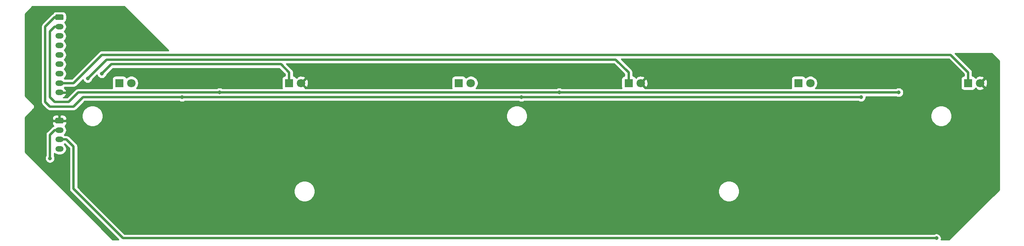
<source format=gbr>
G04 #@! TF.GenerationSoftware,KiCad,Pcbnew,(5.1.7)-1*
G04 #@! TF.CreationDate,2021-03-22T01:50:01-04:00*
G04 #@! TF.ProjectId,Circuit-AirSensor-Left,43697263-7569-4742-9d41-697253656e73,rev?*
G04 #@! TF.SameCoordinates,Original*
G04 #@! TF.FileFunction,Copper,L1,Top*
G04 #@! TF.FilePolarity,Positive*
%FSLAX46Y46*%
G04 Gerber Fmt 4.6, Leading zero omitted, Abs format (unit mm)*
G04 Created by KiCad (PCBNEW (5.1.7)-1) date 2021-03-22 01:50:01*
%MOMM*%
%LPD*%
G01*
G04 APERTURE LIST*
G04 #@! TA.AperFunction,ComponentPad*
%ADD10O,1.750000X1.200000*%
G04 #@! TD*
G04 #@! TA.AperFunction,ComponentPad*
%ADD11R,1.800000X1.800000*%
G04 #@! TD*
G04 #@! TA.AperFunction,ComponentPad*
%ADD12C,1.800000*%
G04 #@! TD*
G04 #@! TA.AperFunction,ViaPad*
%ADD13C,0.800000*%
G04 #@! TD*
G04 #@! TA.AperFunction,Conductor*
%ADD14C,0.500000*%
G04 #@! TD*
G04 #@! TA.AperFunction,Conductor*
%ADD15C,0.254000*%
G04 #@! TD*
G04 #@! TA.AperFunction,Conductor*
%ADD16C,0.100000*%
G04 #@! TD*
G04 APERTURE END LIST*
D10*
X56000000Y-119000000D03*
X56000000Y-117000000D03*
X56000000Y-115000000D03*
G04 #@! TA.AperFunction,ComponentPad*
G36*
G01*
X55374999Y-112400000D02*
X56625001Y-112400000D01*
G75*
G02*
X56875000Y-112649999I0J-249999D01*
G01*
X56875000Y-113350001D01*
G75*
G02*
X56625001Y-113600000I-249999J0D01*
G01*
X55374999Y-113600000D01*
G75*
G02*
X55125000Y-113350001I0J249999D01*
G01*
X55125000Y-112649999D01*
G75*
G02*
X55374999Y-112400000I249999J0D01*
G01*
G37*
G04 #@! TD.AperFunction*
D11*
X176730000Y-105000000D03*
D12*
X179270000Y-105000000D03*
D11*
X248730000Y-105000000D03*
D12*
X251270000Y-105000000D03*
D11*
X212730000Y-105000000D03*
D12*
X215270000Y-105000000D03*
D11*
X140730000Y-105000000D03*
D12*
X143270000Y-105000000D03*
D11*
X104730000Y-105000000D03*
D12*
X107270000Y-105000000D03*
D11*
X68730000Y-105000000D03*
D12*
X71270000Y-105000000D03*
D10*
X56000000Y-107000000D03*
X56000000Y-105000000D03*
X56000000Y-103000000D03*
X56000000Y-101000000D03*
X56000000Y-99000000D03*
X56000000Y-97000000D03*
X56000000Y-95000000D03*
X56000000Y-93000000D03*
G04 #@! TA.AperFunction,ComponentPad*
G36*
G01*
X55374999Y-90400000D02*
X56625001Y-90400000D01*
G75*
G02*
X56875000Y-90649999I0J-249999D01*
G01*
X56875000Y-91350001D01*
G75*
G02*
X56625001Y-91600000I-249999J0D01*
G01*
X55374999Y-91600000D01*
G75*
G02*
X55125000Y-91350001I0J249999D01*
G01*
X55125000Y-90649999D01*
G75*
G02*
X55374999Y-90400000I249999J0D01*
G01*
G37*
G04 #@! TD.AperFunction*
D13*
X66000000Y-105000000D03*
X245000000Y-136000000D03*
X89000000Y-105000000D03*
X161000000Y-105000000D03*
X233000000Y-105000000D03*
X92500000Y-136000000D03*
X72000000Y-133000000D03*
X112000000Y-133000000D03*
X152000000Y-133000000D03*
X192000000Y-133000000D03*
X232000000Y-133000000D03*
X232500000Y-136000000D03*
X212500000Y-136000000D03*
X192500000Y-136000000D03*
X172500000Y-136000000D03*
X132500000Y-136000000D03*
X112500000Y-136000000D03*
X72500000Y-136000000D03*
X152500000Y-136000000D03*
X234000000Y-107000000D03*
X162000000Y-107000000D03*
X90000000Y-107000000D03*
X226000000Y-108000000D03*
X154000000Y-108000000D03*
X82000000Y-108000000D03*
X242000000Y-138000000D03*
X54000000Y-121000000D03*
X65000000Y-103000000D03*
X62000000Y-104000000D03*
D14*
X56000000Y-93000000D02*
X55000000Y-93000000D01*
X55000000Y-93000000D02*
X54674990Y-93325010D01*
X54674990Y-93325010D02*
X54000000Y-94000000D01*
X54000000Y-94000000D02*
X54000000Y-108000000D01*
X54000000Y-108000000D02*
X55000000Y-109000000D01*
X55000000Y-109000000D02*
X58000000Y-109000000D01*
X58000000Y-109000000D02*
X60000000Y-107000000D01*
X60000000Y-107000000D02*
X233000000Y-107000000D01*
X233000000Y-107000000D02*
X234000000Y-107000000D01*
X56000000Y-91000000D02*
X55000000Y-91000000D01*
X55000000Y-91000000D02*
X53000000Y-93000000D01*
X53000000Y-93000000D02*
X53000000Y-109000000D01*
X53000000Y-109000000D02*
X54000000Y-110000000D01*
X54000000Y-110000000D02*
X59000000Y-110000000D01*
X59000000Y-110000000D02*
X61000000Y-108000000D01*
X226000000Y-108000000D02*
X154000000Y-108000000D01*
X154000000Y-108000000D02*
X61000000Y-108000000D01*
X57500000Y-117000000D02*
X56000000Y-117000000D01*
X59000000Y-118500000D02*
X57500000Y-117000000D01*
X59000000Y-127500000D02*
X59000000Y-118500000D01*
X69500000Y-138000000D02*
X59000000Y-127500000D01*
X242000000Y-138000000D02*
X69500000Y-138000000D01*
X54000000Y-121000000D02*
X54000000Y-116000000D01*
X55000000Y-115000000D02*
X56000000Y-115000000D01*
X54000000Y-116000000D02*
X55000000Y-115000000D01*
X67000000Y-101000000D02*
X65000000Y-103000000D01*
X103000000Y-101000000D02*
X67000000Y-101000000D01*
X104730000Y-102730000D02*
X103000000Y-101000000D01*
X104730000Y-105000000D02*
X104730000Y-102730000D01*
X176730000Y-102730000D02*
X176730000Y-105000000D01*
X174000000Y-100000000D02*
X176730000Y-102730000D01*
X66000000Y-100000000D02*
X174000000Y-100000000D01*
X62000000Y-104000000D02*
X66000000Y-100000000D01*
X248730000Y-105000000D02*
X248730000Y-102730000D01*
X248730000Y-102730000D02*
X245000000Y-99000000D01*
X245000000Y-99000000D02*
X228000000Y-99000000D01*
X228000000Y-99000000D02*
X75000000Y-99000000D01*
X75000000Y-99000000D02*
X65000000Y-99000000D01*
X59000000Y-105000000D02*
X64000000Y-100000000D01*
X56000000Y-105000000D02*
X59000000Y-105000000D01*
X64000000Y-100000000D02*
X62000000Y-102000000D01*
X65000000Y-99000000D02*
X64000000Y-100000000D01*
D15*
X79110909Y-98115000D02*
X65043469Y-98115000D01*
X65000000Y-98110719D01*
X64956531Y-98115000D01*
X64956523Y-98115000D01*
X64826510Y-98127805D01*
X64659686Y-98178411D01*
X64505941Y-98260589D01*
X64404953Y-98343468D01*
X64404951Y-98343470D01*
X64371183Y-98371183D01*
X64343470Y-98404951D01*
X63404958Y-99343464D01*
X63404953Y-99343468D01*
X58633422Y-104115000D01*
X57143366Y-104115000D01*
X57003238Y-104000000D01*
X57152502Y-103877502D01*
X57306833Y-103689449D01*
X57421511Y-103474901D01*
X57492130Y-103242102D01*
X57515975Y-103000000D01*
X57492130Y-102757898D01*
X57421511Y-102525099D01*
X57306833Y-102310551D01*
X57152502Y-102122498D01*
X57003238Y-102000000D01*
X57152502Y-101877502D01*
X57306833Y-101689449D01*
X57421511Y-101474901D01*
X57492130Y-101242102D01*
X57515975Y-101000000D01*
X57492130Y-100757898D01*
X57421511Y-100525099D01*
X57306833Y-100310551D01*
X57152502Y-100122498D01*
X57003238Y-100000000D01*
X57152502Y-99877502D01*
X57306833Y-99689449D01*
X57421511Y-99474901D01*
X57492130Y-99242102D01*
X57515975Y-99000000D01*
X57492130Y-98757898D01*
X57421511Y-98525099D01*
X57306833Y-98310551D01*
X57152502Y-98122498D01*
X57003238Y-98000000D01*
X57152502Y-97877502D01*
X57306833Y-97689449D01*
X57421511Y-97474901D01*
X57492130Y-97242102D01*
X57515975Y-97000000D01*
X57492130Y-96757898D01*
X57421511Y-96525099D01*
X57306833Y-96310551D01*
X57152502Y-96122498D01*
X57003238Y-96000000D01*
X57152502Y-95877502D01*
X57306833Y-95689449D01*
X57421511Y-95474901D01*
X57492130Y-95242102D01*
X57515975Y-95000000D01*
X57492130Y-94757898D01*
X57421511Y-94525099D01*
X57306833Y-94310551D01*
X57152502Y-94122498D01*
X57003238Y-94000000D01*
X57152502Y-93877502D01*
X57306833Y-93689449D01*
X57421511Y-93474901D01*
X57492130Y-93242102D01*
X57515975Y-93000000D01*
X57492130Y-92757898D01*
X57421511Y-92525099D01*
X57306833Y-92310551D01*
X57152502Y-92122498D01*
X57113889Y-92090809D01*
X57118387Y-92088405D01*
X57252962Y-91977962D01*
X57363405Y-91843387D01*
X57445472Y-91689851D01*
X57496008Y-91523255D01*
X57513072Y-91350001D01*
X57513072Y-90649999D01*
X57496008Y-90476745D01*
X57445472Y-90310149D01*
X57363405Y-90156613D01*
X57252962Y-90022038D01*
X57118387Y-89911595D01*
X56964851Y-89829528D01*
X56798255Y-89778992D01*
X56625001Y-89761928D01*
X55374999Y-89761928D01*
X55201745Y-89778992D01*
X55035149Y-89829528D01*
X54881613Y-89911595D01*
X54747038Y-90022038D01*
X54636595Y-90156613D01*
X54611047Y-90204409D01*
X54505941Y-90260589D01*
X54505939Y-90260590D01*
X54505940Y-90260590D01*
X54404953Y-90343468D01*
X54404951Y-90343470D01*
X54371183Y-90371183D01*
X54343470Y-90404951D01*
X52404956Y-92343466D01*
X52371183Y-92371183D01*
X52260589Y-92505942D01*
X52178411Y-92659688D01*
X52127805Y-92826511D01*
X52115000Y-92956524D01*
X52115000Y-92956531D01*
X52110719Y-93000000D01*
X52115000Y-93043469D01*
X52115001Y-108956521D01*
X52110719Y-109000000D01*
X52127805Y-109173490D01*
X52178412Y-109340313D01*
X52260590Y-109494059D01*
X52343468Y-109595046D01*
X52343471Y-109595049D01*
X52371184Y-109628817D01*
X52404951Y-109656529D01*
X53343470Y-110595049D01*
X53371183Y-110628817D01*
X53404951Y-110656530D01*
X53404953Y-110656532D01*
X53505941Y-110739411D01*
X53659686Y-110821589D01*
X53826510Y-110872195D01*
X53956523Y-110885000D01*
X53956531Y-110885000D01*
X54000000Y-110889281D01*
X54043469Y-110885000D01*
X58956531Y-110885000D01*
X59000000Y-110889281D01*
X59043469Y-110885000D01*
X59043477Y-110885000D01*
X59173490Y-110872195D01*
X59340313Y-110821589D01*
X59494059Y-110739411D01*
X59628817Y-110628817D01*
X59656534Y-110595044D01*
X61366579Y-108885000D01*
X81461546Y-108885000D01*
X81509744Y-108917205D01*
X81698102Y-108995226D01*
X81898061Y-109035000D01*
X82101939Y-109035000D01*
X82301898Y-108995226D01*
X82490256Y-108917205D01*
X82538454Y-108885000D01*
X153461546Y-108885000D01*
X153509744Y-108917205D01*
X153698102Y-108995226D01*
X153898061Y-109035000D01*
X154101939Y-109035000D01*
X154301898Y-108995226D01*
X154490256Y-108917205D01*
X154538454Y-108885000D01*
X225461546Y-108885000D01*
X225509744Y-108917205D01*
X225698102Y-108995226D01*
X225898061Y-109035000D01*
X226101939Y-109035000D01*
X226301898Y-108995226D01*
X226490256Y-108917205D01*
X226659774Y-108803937D01*
X226803937Y-108659774D01*
X226917205Y-108490256D01*
X226995226Y-108301898D01*
X227035000Y-108101939D01*
X227035000Y-107898061D01*
X227032402Y-107885000D01*
X233461546Y-107885000D01*
X233509744Y-107917205D01*
X233698102Y-107995226D01*
X233898061Y-108035000D01*
X234101939Y-108035000D01*
X234301898Y-107995226D01*
X234490256Y-107917205D01*
X234659774Y-107803937D01*
X234803937Y-107659774D01*
X234917205Y-107490256D01*
X234995226Y-107301898D01*
X235035000Y-107101939D01*
X235035000Y-106898061D01*
X234995226Y-106698102D01*
X234917205Y-106509744D01*
X234803937Y-106340226D01*
X234659774Y-106196063D01*
X234490256Y-106082795D01*
X234301898Y-106004774D01*
X234101939Y-105965000D01*
X233898061Y-105965000D01*
X233698102Y-106004774D01*
X233509744Y-106082795D01*
X233461546Y-106115000D01*
X216325817Y-106115000D01*
X216462312Y-105978505D01*
X216630299Y-105727095D01*
X216746011Y-105447743D01*
X216805000Y-105151184D01*
X216805000Y-104848816D01*
X216746011Y-104552257D01*
X216630299Y-104272905D01*
X216462312Y-104021495D01*
X216248505Y-103807688D01*
X215997095Y-103639701D01*
X215717743Y-103523989D01*
X215421184Y-103465000D01*
X215118816Y-103465000D01*
X214822257Y-103523989D01*
X214542905Y-103639701D01*
X214291495Y-103807688D01*
X214225056Y-103874127D01*
X214219502Y-103855820D01*
X214160537Y-103745506D01*
X214081185Y-103648815D01*
X213984494Y-103569463D01*
X213874180Y-103510498D01*
X213754482Y-103474188D01*
X213630000Y-103461928D01*
X211830000Y-103461928D01*
X211705518Y-103474188D01*
X211585820Y-103510498D01*
X211475506Y-103569463D01*
X211378815Y-103648815D01*
X211299463Y-103745506D01*
X211240498Y-103855820D01*
X211204188Y-103975518D01*
X211191928Y-104100000D01*
X211191928Y-105900000D01*
X211204188Y-106024482D01*
X211231646Y-106115000D01*
X180137711Y-106115000D01*
X180154475Y-106064080D01*
X179270000Y-105179605D01*
X179255858Y-105193748D01*
X179076253Y-105014143D01*
X179090395Y-105000000D01*
X179449605Y-105000000D01*
X180334080Y-105884475D01*
X180588261Y-105800792D01*
X180719158Y-105528225D01*
X180794365Y-105235358D01*
X180810991Y-104933447D01*
X180768397Y-104634093D01*
X180668222Y-104348801D01*
X180588261Y-104199208D01*
X180334080Y-104115525D01*
X179449605Y-105000000D01*
X179090395Y-105000000D01*
X179076253Y-104985858D01*
X179255858Y-104806253D01*
X179270000Y-104820395D01*
X180154475Y-103935920D01*
X180070792Y-103681739D01*
X179798225Y-103550842D01*
X179505358Y-103475635D01*
X179203447Y-103459009D01*
X178904093Y-103501603D01*
X178618801Y-103601778D01*
X178469208Y-103681739D01*
X178385526Y-103935918D01*
X178269578Y-103819970D01*
X178222813Y-103866735D01*
X178219502Y-103855820D01*
X178160537Y-103745506D01*
X178081185Y-103648815D01*
X177984494Y-103569463D01*
X177874180Y-103510498D01*
X177754482Y-103474188D01*
X177630000Y-103461928D01*
X177615000Y-103461928D01*
X177615000Y-102773466D01*
X177619281Y-102729999D01*
X177615000Y-102686533D01*
X177615000Y-102686523D01*
X177602195Y-102556510D01*
X177551589Y-102389687D01*
X177469411Y-102235941D01*
X177436684Y-102196063D01*
X177386532Y-102134953D01*
X177386530Y-102134951D01*
X177358817Y-102101183D01*
X177325050Y-102073471D01*
X175136578Y-99885000D01*
X244633422Y-99885000D01*
X247845001Y-103096580D01*
X247845001Y-103461928D01*
X247830000Y-103461928D01*
X247705518Y-103474188D01*
X247585820Y-103510498D01*
X247475506Y-103569463D01*
X247378815Y-103648815D01*
X247299463Y-103745506D01*
X247240498Y-103855820D01*
X247204188Y-103975518D01*
X247191928Y-104100000D01*
X247191928Y-105900000D01*
X247204188Y-106024482D01*
X247240498Y-106144180D01*
X247299463Y-106254494D01*
X247378815Y-106351185D01*
X247475506Y-106430537D01*
X247585820Y-106489502D01*
X247705518Y-106525812D01*
X247830000Y-106538072D01*
X249630000Y-106538072D01*
X249754482Y-106525812D01*
X249874180Y-106489502D01*
X249984494Y-106430537D01*
X250081185Y-106351185D01*
X250160537Y-106254494D01*
X250219502Y-106144180D01*
X250222813Y-106133265D01*
X250269578Y-106180030D01*
X250385526Y-106064082D01*
X250469208Y-106318261D01*
X250741775Y-106449158D01*
X251034642Y-106524365D01*
X251336553Y-106540991D01*
X251635907Y-106498397D01*
X251921199Y-106398222D01*
X252070792Y-106318261D01*
X252154475Y-106064080D01*
X251270000Y-105179605D01*
X251255858Y-105193748D01*
X251076253Y-105014143D01*
X251090395Y-105000000D01*
X251449605Y-105000000D01*
X252334080Y-105884475D01*
X252588261Y-105800792D01*
X252719158Y-105528225D01*
X252794365Y-105235358D01*
X252810991Y-104933447D01*
X252768397Y-104634093D01*
X252668222Y-104348801D01*
X252588261Y-104199208D01*
X252334080Y-104115525D01*
X251449605Y-105000000D01*
X251090395Y-105000000D01*
X251076253Y-104985858D01*
X251255858Y-104806253D01*
X251270000Y-104820395D01*
X252154475Y-103935920D01*
X252070792Y-103681739D01*
X251798225Y-103550842D01*
X251505358Y-103475635D01*
X251203447Y-103459009D01*
X250904093Y-103501603D01*
X250618801Y-103601778D01*
X250469208Y-103681739D01*
X250385526Y-103935918D01*
X250269578Y-103819970D01*
X250222813Y-103866735D01*
X250219502Y-103855820D01*
X250160537Y-103745506D01*
X250081185Y-103648815D01*
X249984494Y-103569463D01*
X249874180Y-103510498D01*
X249754482Y-103474188D01*
X249630000Y-103461928D01*
X249615000Y-103461928D01*
X249615000Y-102773469D01*
X249619281Y-102730000D01*
X249615000Y-102686531D01*
X249615000Y-102686523D01*
X249602195Y-102556510D01*
X249592666Y-102525099D01*
X249551589Y-102389686D01*
X249469411Y-102235941D01*
X249386532Y-102134953D01*
X249386530Y-102134951D01*
X249358817Y-102101183D01*
X249325049Y-102073470D01*
X245961578Y-98710000D01*
X253705909Y-98710000D01*
X255290001Y-100294093D01*
X255290000Y-127705908D01*
X244705909Y-138290000D01*
X242997593Y-138290000D01*
X243035000Y-138101939D01*
X243035000Y-137898061D01*
X242995226Y-137698102D01*
X242917205Y-137509744D01*
X242803937Y-137340226D01*
X242659774Y-137196063D01*
X242490256Y-137082795D01*
X242301898Y-137004774D01*
X242101939Y-136965000D01*
X241898061Y-136965000D01*
X241698102Y-137004774D01*
X241509744Y-137082795D01*
X241461546Y-137115000D01*
X69866579Y-137115000D01*
X60531451Y-127779872D01*
X105765000Y-127779872D01*
X105765000Y-128220128D01*
X105850890Y-128651925D01*
X106019369Y-129058669D01*
X106263962Y-129424729D01*
X106575271Y-129736038D01*
X106941331Y-129980631D01*
X107348075Y-130149110D01*
X107779872Y-130235000D01*
X108220128Y-130235000D01*
X108651925Y-130149110D01*
X109058669Y-129980631D01*
X109424729Y-129736038D01*
X109736038Y-129424729D01*
X109980631Y-129058669D01*
X110149110Y-128651925D01*
X110235000Y-128220128D01*
X110235000Y-127779872D01*
X195765000Y-127779872D01*
X195765000Y-128220128D01*
X195850890Y-128651925D01*
X196019369Y-129058669D01*
X196263962Y-129424729D01*
X196575271Y-129736038D01*
X196941331Y-129980631D01*
X197348075Y-130149110D01*
X197779872Y-130235000D01*
X198220128Y-130235000D01*
X198651925Y-130149110D01*
X199058669Y-129980631D01*
X199424729Y-129736038D01*
X199736038Y-129424729D01*
X199980631Y-129058669D01*
X200149110Y-128651925D01*
X200235000Y-128220128D01*
X200235000Y-127779872D01*
X200149110Y-127348075D01*
X199980631Y-126941331D01*
X199736038Y-126575271D01*
X199424729Y-126263962D01*
X199058669Y-126019369D01*
X198651925Y-125850890D01*
X198220128Y-125765000D01*
X197779872Y-125765000D01*
X197348075Y-125850890D01*
X196941331Y-126019369D01*
X196575271Y-126263962D01*
X196263962Y-126575271D01*
X196019369Y-126941331D01*
X195850890Y-127348075D01*
X195765000Y-127779872D01*
X110235000Y-127779872D01*
X110149110Y-127348075D01*
X109980631Y-126941331D01*
X109736038Y-126575271D01*
X109424729Y-126263962D01*
X109058669Y-126019369D01*
X108651925Y-125850890D01*
X108220128Y-125765000D01*
X107779872Y-125765000D01*
X107348075Y-125850890D01*
X106941331Y-126019369D01*
X106575271Y-126263962D01*
X106263962Y-126575271D01*
X106019369Y-126941331D01*
X105850890Y-127348075D01*
X105765000Y-127779872D01*
X60531451Y-127779872D01*
X59885000Y-127133422D01*
X59885000Y-118543465D01*
X59889281Y-118499999D01*
X59885000Y-118456533D01*
X59885000Y-118456523D01*
X59872195Y-118326510D01*
X59821589Y-118159687D01*
X59739411Y-118005941D01*
X59628817Y-117871183D01*
X59595049Y-117843470D01*
X58156534Y-116404956D01*
X58128817Y-116371183D01*
X57994059Y-116260589D01*
X57840313Y-116178411D01*
X57673490Y-116127805D01*
X57543477Y-116115000D01*
X57543469Y-116115000D01*
X57500000Y-116110719D01*
X57456531Y-116115000D01*
X57143366Y-116115000D01*
X57003238Y-116000000D01*
X57152502Y-115877502D01*
X57306833Y-115689449D01*
X57421511Y-115474901D01*
X57492130Y-115242102D01*
X57515975Y-115000000D01*
X57492130Y-114757898D01*
X57421511Y-114525099D01*
X57306833Y-114310551D01*
X57180564Y-114156691D01*
X57229494Y-114130537D01*
X57326185Y-114051185D01*
X57405537Y-113954494D01*
X57464502Y-113844180D01*
X57500812Y-113724482D01*
X57513072Y-113600000D01*
X57510000Y-113285750D01*
X57351250Y-113127000D01*
X56127000Y-113127000D01*
X56127000Y-113147000D01*
X55873000Y-113147000D01*
X55873000Y-113127000D01*
X54648750Y-113127000D01*
X54490000Y-113285750D01*
X54486928Y-113600000D01*
X54499188Y-113724482D01*
X54535498Y-113844180D01*
X54594463Y-113954494D01*
X54673815Y-114051185D01*
X54770506Y-114130537D01*
X54787522Y-114139632D01*
X54659686Y-114178411D01*
X54505941Y-114260589D01*
X54404953Y-114343468D01*
X54404951Y-114343470D01*
X54371183Y-114371183D01*
X54343470Y-114404951D01*
X53404951Y-115343471D01*
X53371184Y-115371183D01*
X53343471Y-115404951D01*
X53343468Y-115404954D01*
X53260590Y-115505941D01*
X53178412Y-115659687D01*
X53127805Y-115826510D01*
X53110719Y-116000000D01*
X53115001Y-116043479D01*
X53115000Y-120461546D01*
X53082795Y-120509744D01*
X53004774Y-120698102D01*
X52965000Y-120898061D01*
X52965000Y-121101939D01*
X53004774Y-121301898D01*
X53082795Y-121490256D01*
X53196063Y-121659774D01*
X53340226Y-121803937D01*
X53509744Y-121917205D01*
X53698102Y-121995226D01*
X53898061Y-122035000D01*
X54101939Y-122035000D01*
X54301898Y-121995226D01*
X54490256Y-121917205D01*
X54659774Y-121803937D01*
X54803937Y-121659774D01*
X54917205Y-121490256D01*
X54995226Y-121301898D01*
X55035000Y-121101939D01*
X55035000Y-120898061D01*
X54995226Y-120698102D01*
X54917205Y-120509744D01*
X54885000Y-120461546D01*
X54885000Y-119908279D01*
X55035551Y-120031833D01*
X55250099Y-120146511D01*
X55482898Y-120217130D01*
X55664335Y-120235000D01*
X56335665Y-120235000D01*
X56517102Y-120217130D01*
X56749901Y-120146511D01*
X56964449Y-120031833D01*
X57152502Y-119877502D01*
X57306833Y-119689449D01*
X57421511Y-119474901D01*
X57492130Y-119242102D01*
X57515975Y-119000000D01*
X57492130Y-118757898D01*
X57421511Y-118525099D01*
X57306833Y-118310551D01*
X57152502Y-118122498D01*
X57003238Y-118000000D01*
X57137904Y-117889482D01*
X58115001Y-118866580D01*
X58115000Y-127456531D01*
X58110719Y-127500000D01*
X58115000Y-127543469D01*
X58115000Y-127543476D01*
X58127805Y-127673489D01*
X58178411Y-127840312D01*
X58260589Y-127994058D01*
X58371183Y-128128817D01*
X58404956Y-128156534D01*
X68538421Y-138290000D01*
X67294091Y-138290000D01*
X48710000Y-119705909D01*
X48710000Y-112400000D01*
X54486928Y-112400000D01*
X54490000Y-112714250D01*
X54648750Y-112873000D01*
X55873000Y-112873000D01*
X55873000Y-111923750D01*
X56127000Y-111923750D01*
X56127000Y-112873000D01*
X57351250Y-112873000D01*
X57510000Y-112714250D01*
X57513072Y-112400000D01*
X57500812Y-112275518D01*
X57464502Y-112155820D01*
X57405537Y-112045506D01*
X57326185Y-111948815D01*
X57229494Y-111869463D01*
X57119180Y-111810498D01*
X57018220Y-111779872D01*
X60765000Y-111779872D01*
X60765000Y-112220128D01*
X60850890Y-112651925D01*
X61019369Y-113058669D01*
X61263962Y-113424729D01*
X61575271Y-113736038D01*
X61941331Y-113980631D01*
X62348075Y-114149110D01*
X62779872Y-114235000D01*
X63220128Y-114235000D01*
X63651925Y-114149110D01*
X64058669Y-113980631D01*
X64424729Y-113736038D01*
X64736038Y-113424729D01*
X64980631Y-113058669D01*
X65149110Y-112651925D01*
X65235000Y-112220128D01*
X65235000Y-111779872D01*
X150765000Y-111779872D01*
X150765000Y-112220128D01*
X150850890Y-112651925D01*
X151019369Y-113058669D01*
X151263962Y-113424729D01*
X151575271Y-113736038D01*
X151941331Y-113980631D01*
X152348075Y-114149110D01*
X152779872Y-114235000D01*
X153220128Y-114235000D01*
X153651925Y-114149110D01*
X154058669Y-113980631D01*
X154424729Y-113736038D01*
X154736038Y-113424729D01*
X154980631Y-113058669D01*
X155149110Y-112651925D01*
X155235000Y-112220128D01*
X155235000Y-111779872D01*
X240765000Y-111779872D01*
X240765000Y-112220128D01*
X240850890Y-112651925D01*
X241019369Y-113058669D01*
X241263962Y-113424729D01*
X241575271Y-113736038D01*
X241941331Y-113980631D01*
X242348075Y-114149110D01*
X242779872Y-114235000D01*
X243220128Y-114235000D01*
X243651925Y-114149110D01*
X244058669Y-113980631D01*
X244424729Y-113736038D01*
X244736038Y-113424729D01*
X244980631Y-113058669D01*
X245149110Y-112651925D01*
X245235000Y-112220128D01*
X245235000Y-111779872D01*
X245149110Y-111348075D01*
X244980631Y-110941331D01*
X244736038Y-110575271D01*
X244424729Y-110263962D01*
X244058669Y-110019369D01*
X243651925Y-109850890D01*
X243220128Y-109765000D01*
X242779872Y-109765000D01*
X242348075Y-109850890D01*
X241941331Y-110019369D01*
X241575271Y-110263962D01*
X241263962Y-110575271D01*
X241019369Y-110941331D01*
X240850890Y-111348075D01*
X240765000Y-111779872D01*
X155235000Y-111779872D01*
X155149110Y-111348075D01*
X154980631Y-110941331D01*
X154736038Y-110575271D01*
X154424729Y-110263962D01*
X154058669Y-110019369D01*
X153651925Y-109850890D01*
X153220128Y-109765000D01*
X152779872Y-109765000D01*
X152348075Y-109850890D01*
X151941331Y-110019369D01*
X151575271Y-110263962D01*
X151263962Y-110575271D01*
X151019369Y-110941331D01*
X150850890Y-111348075D01*
X150765000Y-111779872D01*
X65235000Y-111779872D01*
X65149110Y-111348075D01*
X64980631Y-110941331D01*
X64736038Y-110575271D01*
X64424729Y-110263962D01*
X64058669Y-110019369D01*
X63651925Y-109850890D01*
X63220128Y-109765000D01*
X62779872Y-109765000D01*
X62348075Y-109850890D01*
X61941331Y-110019369D01*
X61575271Y-110263962D01*
X61263962Y-110575271D01*
X61019369Y-110941331D01*
X60850890Y-111348075D01*
X60765000Y-111779872D01*
X57018220Y-111779872D01*
X56999482Y-111774188D01*
X56875000Y-111761928D01*
X56285750Y-111765000D01*
X56127000Y-111923750D01*
X55873000Y-111923750D01*
X55714250Y-111765000D01*
X55125000Y-111761928D01*
X55000518Y-111774188D01*
X54880820Y-111810498D01*
X54770506Y-111869463D01*
X54673815Y-111948815D01*
X54594463Y-112045506D01*
X54535498Y-112155820D01*
X54499188Y-112275518D01*
X54486928Y-112400000D01*
X48710000Y-112400000D01*
X48710000Y-112294091D01*
X50477393Y-110526699D01*
X50504474Y-110504474D01*
X50526699Y-110477393D01*
X50526707Y-110477385D01*
X50593199Y-110396364D01*
X50659128Y-110273020D01*
X50699726Y-110139185D01*
X50713435Y-110000001D01*
X50699726Y-109860816D01*
X50696715Y-109850890D01*
X50659128Y-109726980D01*
X50593199Y-109603636D01*
X50526707Y-109522615D01*
X50526699Y-109522607D01*
X50504474Y-109495526D01*
X50477393Y-109473301D01*
X48710000Y-107705909D01*
X48710000Y-90294091D01*
X50294092Y-88710000D01*
X69705909Y-88710000D01*
X79110909Y-98115000D01*
G04 #@! TA.AperFunction,Conductor*
D16*
G36*
X79110909Y-98115000D02*
G01*
X65043469Y-98115000D01*
X65000000Y-98110719D01*
X64956531Y-98115000D01*
X64956523Y-98115000D01*
X64826510Y-98127805D01*
X64659686Y-98178411D01*
X64505941Y-98260589D01*
X64404953Y-98343468D01*
X64404951Y-98343470D01*
X64371183Y-98371183D01*
X64343470Y-98404951D01*
X63404958Y-99343464D01*
X63404953Y-99343468D01*
X58633422Y-104115000D01*
X57143366Y-104115000D01*
X57003238Y-104000000D01*
X57152502Y-103877502D01*
X57306833Y-103689449D01*
X57421511Y-103474901D01*
X57492130Y-103242102D01*
X57515975Y-103000000D01*
X57492130Y-102757898D01*
X57421511Y-102525099D01*
X57306833Y-102310551D01*
X57152502Y-102122498D01*
X57003238Y-102000000D01*
X57152502Y-101877502D01*
X57306833Y-101689449D01*
X57421511Y-101474901D01*
X57492130Y-101242102D01*
X57515975Y-101000000D01*
X57492130Y-100757898D01*
X57421511Y-100525099D01*
X57306833Y-100310551D01*
X57152502Y-100122498D01*
X57003238Y-100000000D01*
X57152502Y-99877502D01*
X57306833Y-99689449D01*
X57421511Y-99474901D01*
X57492130Y-99242102D01*
X57515975Y-99000000D01*
X57492130Y-98757898D01*
X57421511Y-98525099D01*
X57306833Y-98310551D01*
X57152502Y-98122498D01*
X57003238Y-98000000D01*
X57152502Y-97877502D01*
X57306833Y-97689449D01*
X57421511Y-97474901D01*
X57492130Y-97242102D01*
X57515975Y-97000000D01*
X57492130Y-96757898D01*
X57421511Y-96525099D01*
X57306833Y-96310551D01*
X57152502Y-96122498D01*
X57003238Y-96000000D01*
X57152502Y-95877502D01*
X57306833Y-95689449D01*
X57421511Y-95474901D01*
X57492130Y-95242102D01*
X57515975Y-95000000D01*
X57492130Y-94757898D01*
X57421511Y-94525099D01*
X57306833Y-94310551D01*
X57152502Y-94122498D01*
X57003238Y-94000000D01*
X57152502Y-93877502D01*
X57306833Y-93689449D01*
X57421511Y-93474901D01*
X57492130Y-93242102D01*
X57515975Y-93000000D01*
X57492130Y-92757898D01*
X57421511Y-92525099D01*
X57306833Y-92310551D01*
X57152502Y-92122498D01*
X57113889Y-92090809D01*
X57118387Y-92088405D01*
X57252962Y-91977962D01*
X57363405Y-91843387D01*
X57445472Y-91689851D01*
X57496008Y-91523255D01*
X57513072Y-91350001D01*
X57513072Y-90649999D01*
X57496008Y-90476745D01*
X57445472Y-90310149D01*
X57363405Y-90156613D01*
X57252962Y-90022038D01*
X57118387Y-89911595D01*
X56964851Y-89829528D01*
X56798255Y-89778992D01*
X56625001Y-89761928D01*
X55374999Y-89761928D01*
X55201745Y-89778992D01*
X55035149Y-89829528D01*
X54881613Y-89911595D01*
X54747038Y-90022038D01*
X54636595Y-90156613D01*
X54611047Y-90204409D01*
X54505941Y-90260589D01*
X54505939Y-90260590D01*
X54505940Y-90260590D01*
X54404953Y-90343468D01*
X54404951Y-90343470D01*
X54371183Y-90371183D01*
X54343470Y-90404951D01*
X52404956Y-92343466D01*
X52371183Y-92371183D01*
X52260589Y-92505942D01*
X52178411Y-92659688D01*
X52127805Y-92826511D01*
X52115000Y-92956524D01*
X52115000Y-92956531D01*
X52110719Y-93000000D01*
X52115000Y-93043469D01*
X52115001Y-108956521D01*
X52110719Y-109000000D01*
X52127805Y-109173490D01*
X52178412Y-109340313D01*
X52260590Y-109494059D01*
X52343468Y-109595046D01*
X52343471Y-109595049D01*
X52371184Y-109628817D01*
X52404951Y-109656529D01*
X53343470Y-110595049D01*
X53371183Y-110628817D01*
X53404951Y-110656530D01*
X53404953Y-110656532D01*
X53505941Y-110739411D01*
X53659686Y-110821589D01*
X53826510Y-110872195D01*
X53956523Y-110885000D01*
X53956531Y-110885000D01*
X54000000Y-110889281D01*
X54043469Y-110885000D01*
X58956531Y-110885000D01*
X59000000Y-110889281D01*
X59043469Y-110885000D01*
X59043477Y-110885000D01*
X59173490Y-110872195D01*
X59340313Y-110821589D01*
X59494059Y-110739411D01*
X59628817Y-110628817D01*
X59656534Y-110595044D01*
X61366579Y-108885000D01*
X81461546Y-108885000D01*
X81509744Y-108917205D01*
X81698102Y-108995226D01*
X81898061Y-109035000D01*
X82101939Y-109035000D01*
X82301898Y-108995226D01*
X82490256Y-108917205D01*
X82538454Y-108885000D01*
X153461546Y-108885000D01*
X153509744Y-108917205D01*
X153698102Y-108995226D01*
X153898061Y-109035000D01*
X154101939Y-109035000D01*
X154301898Y-108995226D01*
X154490256Y-108917205D01*
X154538454Y-108885000D01*
X225461546Y-108885000D01*
X225509744Y-108917205D01*
X225698102Y-108995226D01*
X225898061Y-109035000D01*
X226101939Y-109035000D01*
X226301898Y-108995226D01*
X226490256Y-108917205D01*
X226659774Y-108803937D01*
X226803937Y-108659774D01*
X226917205Y-108490256D01*
X226995226Y-108301898D01*
X227035000Y-108101939D01*
X227035000Y-107898061D01*
X227032402Y-107885000D01*
X233461546Y-107885000D01*
X233509744Y-107917205D01*
X233698102Y-107995226D01*
X233898061Y-108035000D01*
X234101939Y-108035000D01*
X234301898Y-107995226D01*
X234490256Y-107917205D01*
X234659774Y-107803937D01*
X234803937Y-107659774D01*
X234917205Y-107490256D01*
X234995226Y-107301898D01*
X235035000Y-107101939D01*
X235035000Y-106898061D01*
X234995226Y-106698102D01*
X234917205Y-106509744D01*
X234803937Y-106340226D01*
X234659774Y-106196063D01*
X234490256Y-106082795D01*
X234301898Y-106004774D01*
X234101939Y-105965000D01*
X233898061Y-105965000D01*
X233698102Y-106004774D01*
X233509744Y-106082795D01*
X233461546Y-106115000D01*
X216325817Y-106115000D01*
X216462312Y-105978505D01*
X216630299Y-105727095D01*
X216746011Y-105447743D01*
X216805000Y-105151184D01*
X216805000Y-104848816D01*
X216746011Y-104552257D01*
X216630299Y-104272905D01*
X216462312Y-104021495D01*
X216248505Y-103807688D01*
X215997095Y-103639701D01*
X215717743Y-103523989D01*
X215421184Y-103465000D01*
X215118816Y-103465000D01*
X214822257Y-103523989D01*
X214542905Y-103639701D01*
X214291495Y-103807688D01*
X214225056Y-103874127D01*
X214219502Y-103855820D01*
X214160537Y-103745506D01*
X214081185Y-103648815D01*
X213984494Y-103569463D01*
X213874180Y-103510498D01*
X213754482Y-103474188D01*
X213630000Y-103461928D01*
X211830000Y-103461928D01*
X211705518Y-103474188D01*
X211585820Y-103510498D01*
X211475506Y-103569463D01*
X211378815Y-103648815D01*
X211299463Y-103745506D01*
X211240498Y-103855820D01*
X211204188Y-103975518D01*
X211191928Y-104100000D01*
X211191928Y-105900000D01*
X211204188Y-106024482D01*
X211231646Y-106115000D01*
X180137711Y-106115000D01*
X180154475Y-106064080D01*
X179270000Y-105179605D01*
X179255858Y-105193748D01*
X179076253Y-105014143D01*
X179090395Y-105000000D01*
X179449605Y-105000000D01*
X180334080Y-105884475D01*
X180588261Y-105800792D01*
X180719158Y-105528225D01*
X180794365Y-105235358D01*
X180810991Y-104933447D01*
X180768397Y-104634093D01*
X180668222Y-104348801D01*
X180588261Y-104199208D01*
X180334080Y-104115525D01*
X179449605Y-105000000D01*
X179090395Y-105000000D01*
X179076253Y-104985858D01*
X179255858Y-104806253D01*
X179270000Y-104820395D01*
X180154475Y-103935920D01*
X180070792Y-103681739D01*
X179798225Y-103550842D01*
X179505358Y-103475635D01*
X179203447Y-103459009D01*
X178904093Y-103501603D01*
X178618801Y-103601778D01*
X178469208Y-103681739D01*
X178385526Y-103935918D01*
X178269578Y-103819970D01*
X178222813Y-103866735D01*
X178219502Y-103855820D01*
X178160537Y-103745506D01*
X178081185Y-103648815D01*
X177984494Y-103569463D01*
X177874180Y-103510498D01*
X177754482Y-103474188D01*
X177630000Y-103461928D01*
X177615000Y-103461928D01*
X177615000Y-102773466D01*
X177619281Y-102729999D01*
X177615000Y-102686533D01*
X177615000Y-102686523D01*
X177602195Y-102556510D01*
X177551589Y-102389687D01*
X177469411Y-102235941D01*
X177436684Y-102196063D01*
X177386532Y-102134953D01*
X177386530Y-102134951D01*
X177358817Y-102101183D01*
X177325050Y-102073471D01*
X175136578Y-99885000D01*
X244633422Y-99885000D01*
X247845001Y-103096580D01*
X247845001Y-103461928D01*
X247830000Y-103461928D01*
X247705518Y-103474188D01*
X247585820Y-103510498D01*
X247475506Y-103569463D01*
X247378815Y-103648815D01*
X247299463Y-103745506D01*
X247240498Y-103855820D01*
X247204188Y-103975518D01*
X247191928Y-104100000D01*
X247191928Y-105900000D01*
X247204188Y-106024482D01*
X247240498Y-106144180D01*
X247299463Y-106254494D01*
X247378815Y-106351185D01*
X247475506Y-106430537D01*
X247585820Y-106489502D01*
X247705518Y-106525812D01*
X247830000Y-106538072D01*
X249630000Y-106538072D01*
X249754482Y-106525812D01*
X249874180Y-106489502D01*
X249984494Y-106430537D01*
X250081185Y-106351185D01*
X250160537Y-106254494D01*
X250219502Y-106144180D01*
X250222813Y-106133265D01*
X250269578Y-106180030D01*
X250385526Y-106064082D01*
X250469208Y-106318261D01*
X250741775Y-106449158D01*
X251034642Y-106524365D01*
X251336553Y-106540991D01*
X251635907Y-106498397D01*
X251921199Y-106398222D01*
X252070792Y-106318261D01*
X252154475Y-106064080D01*
X251270000Y-105179605D01*
X251255858Y-105193748D01*
X251076253Y-105014143D01*
X251090395Y-105000000D01*
X251449605Y-105000000D01*
X252334080Y-105884475D01*
X252588261Y-105800792D01*
X252719158Y-105528225D01*
X252794365Y-105235358D01*
X252810991Y-104933447D01*
X252768397Y-104634093D01*
X252668222Y-104348801D01*
X252588261Y-104199208D01*
X252334080Y-104115525D01*
X251449605Y-105000000D01*
X251090395Y-105000000D01*
X251076253Y-104985858D01*
X251255858Y-104806253D01*
X251270000Y-104820395D01*
X252154475Y-103935920D01*
X252070792Y-103681739D01*
X251798225Y-103550842D01*
X251505358Y-103475635D01*
X251203447Y-103459009D01*
X250904093Y-103501603D01*
X250618801Y-103601778D01*
X250469208Y-103681739D01*
X250385526Y-103935918D01*
X250269578Y-103819970D01*
X250222813Y-103866735D01*
X250219502Y-103855820D01*
X250160537Y-103745506D01*
X250081185Y-103648815D01*
X249984494Y-103569463D01*
X249874180Y-103510498D01*
X249754482Y-103474188D01*
X249630000Y-103461928D01*
X249615000Y-103461928D01*
X249615000Y-102773469D01*
X249619281Y-102730000D01*
X249615000Y-102686531D01*
X249615000Y-102686523D01*
X249602195Y-102556510D01*
X249592666Y-102525099D01*
X249551589Y-102389686D01*
X249469411Y-102235941D01*
X249386532Y-102134953D01*
X249386530Y-102134951D01*
X249358817Y-102101183D01*
X249325049Y-102073470D01*
X245961578Y-98710000D01*
X253705909Y-98710000D01*
X255290001Y-100294093D01*
X255290000Y-127705908D01*
X244705909Y-138290000D01*
X242997593Y-138290000D01*
X243035000Y-138101939D01*
X243035000Y-137898061D01*
X242995226Y-137698102D01*
X242917205Y-137509744D01*
X242803937Y-137340226D01*
X242659774Y-137196063D01*
X242490256Y-137082795D01*
X242301898Y-137004774D01*
X242101939Y-136965000D01*
X241898061Y-136965000D01*
X241698102Y-137004774D01*
X241509744Y-137082795D01*
X241461546Y-137115000D01*
X69866579Y-137115000D01*
X60531451Y-127779872D01*
X105765000Y-127779872D01*
X105765000Y-128220128D01*
X105850890Y-128651925D01*
X106019369Y-129058669D01*
X106263962Y-129424729D01*
X106575271Y-129736038D01*
X106941331Y-129980631D01*
X107348075Y-130149110D01*
X107779872Y-130235000D01*
X108220128Y-130235000D01*
X108651925Y-130149110D01*
X109058669Y-129980631D01*
X109424729Y-129736038D01*
X109736038Y-129424729D01*
X109980631Y-129058669D01*
X110149110Y-128651925D01*
X110235000Y-128220128D01*
X110235000Y-127779872D01*
X195765000Y-127779872D01*
X195765000Y-128220128D01*
X195850890Y-128651925D01*
X196019369Y-129058669D01*
X196263962Y-129424729D01*
X196575271Y-129736038D01*
X196941331Y-129980631D01*
X197348075Y-130149110D01*
X197779872Y-130235000D01*
X198220128Y-130235000D01*
X198651925Y-130149110D01*
X199058669Y-129980631D01*
X199424729Y-129736038D01*
X199736038Y-129424729D01*
X199980631Y-129058669D01*
X200149110Y-128651925D01*
X200235000Y-128220128D01*
X200235000Y-127779872D01*
X200149110Y-127348075D01*
X199980631Y-126941331D01*
X199736038Y-126575271D01*
X199424729Y-126263962D01*
X199058669Y-126019369D01*
X198651925Y-125850890D01*
X198220128Y-125765000D01*
X197779872Y-125765000D01*
X197348075Y-125850890D01*
X196941331Y-126019369D01*
X196575271Y-126263962D01*
X196263962Y-126575271D01*
X196019369Y-126941331D01*
X195850890Y-127348075D01*
X195765000Y-127779872D01*
X110235000Y-127779872D01*
X110149110Y-127348075D01*
X109980631Y-126941331D01*
X109736038Y-126575271D01*
X109424729Y-126263962D01*
X109058669Y-126019369D01*
X108651925Y-125850890D01*
X108220128Y-125765000D01*
X107779872Y-125765000D01*
X107348075Y-125850890D01*
X106941331Y-126019369D01*
X106575271Y-126263962D01*
X106263962Y-126575271D01*
X106019369Y-126941331D01*
X105850890Y-127348075D01*
X105765000Y-127779872D01*
X60531451Y-127779872D01*
X59885000Y-127133422D01*
X59885000Y-118543465D01*
X59889281Y-118499999D01*
X59885000Y-118456533D01*
X59885000Y-118456523D01*
X59872195Y-118326510D01*
X59821589Y-118159687D01*
X59739411Y-118005941D01*
X59628817Y-117871183D01*
X59595049Y-117843470D01*
X58156534Y-116404956D01*
X58128817Y-116371183D01*
X57994059Y-116260589D01*
X57840313Y-116178411D01*
X57673490Y-116127805D01*
X57543477Y-116115000D01*
X57543469Y-116115000D01*
X57500000Y-116110719D01*
X57456531Y-116115000D01*
X57143366Y-116115000D01*
X57003238Y-116000000D01*
X57152502Y-115877502D01*
X57306833Y-115689449D01*
X57421511Y-115474901D01*
X57492130Y-115242102D01*
X57515975Y-115000000D01*
X57492130Y-114757898D01*
X57421511Y-114525099D01*
X57306833Y-114310551D01*
X57180564Y-114156691D01*
X57229494Y-114130537D01*
X57326185Y-114051185D01*
X57405537Y-113954494D01*
X57464502Y-113844180D01*
X57500812Y-113724482D01*
X57513072Y-113600000D01*
X57510000Y-113285750D01*
X57351250Y-113127000D01*
X56127000Y-113127000D01*
X56127000Y-113147000D01*
X55873000Y-113147000D01*
X55873000Y-113127000D01*
X54648750Y-113127000D01*
X54490000Y-113285750D01*
X54486928Y-113600000D01*
X54499188Y-113724482D01*
X54535498Y-113844180D01*
X54594463Y-113954494D01*
X54673815Y-114051185D01*
X54770506Y-114130537D01*
X54787522Y-114139632D01*
X54659686Y-114178411D01*
X54505941Y-114260589D01*
X54404953Y-114343468D01*
X54404951Y-114343470D01*
X54371183Y-114371183D01*
X54343470Y-114404951D01*
X53404951Y-115343471D01*
X53371184Y-115371183D01*
X53343471Y-115404951D01*
X53343468Y-115404954D01*
X53260590Y-115505941D01*
X53178412Y-115659687D01*
X53127805Y-115826510D01*
X53110719Y-116000000D01*
X53115001Y-116043479D01*
X53115000Y-120461546D01*
X53082795Y-120509744D01*
X53004774Y-120698102D01*
X52965000Y-120898061D01*
X52965000Y-121101939D01*
X53004774Y-121301898D01*
X53082795Y-121490256D01*
X53196063Y-121659774D01*
X53340226Y-121803937D01*
X53509744Y-121917205D01*
X53698102Y-121995226D01*
X53898061Y-122035000D01*
X54101939Y-122035000D01*
X54301898Y-121995226D01*
X54490256Y-121917205D01*
X54659774Y-121803937D01*
X54803937Y-121659774D01*
X54917205Y-121490256D01*
X54995226Y-121301898D01*
X55035000Y-121101939D01*
X55035000Y-120898061D01*
X54995226Y-120698102D01*
X54917205Y-120509744D01*
X54885000Y-120461546D01*
X54885000Y-119908279D01*
X55035551Y-120031833D01*
X55250099Y-120146511D01*
X55482898Y-120217130D01*
X55664335Y-120235000D01*
X56335665Y-120235000D01*
X56517102Y-120217130D01*
X56749901Y-120146511D01*
X56964449Y-120031833D01*
X57152502Y-119877502D01*
X57306833Y-119689449D01*
X57421511Y-119474901D01*
X57492130Y-119242102D01*
X57515975Y-119000000D01*
X57492130Y-118757898D01*
X57421511Y-118525099D01*
X57306833Y-118310551D01*
X57152502Y-118122498D01*
X57003238Y-118000000D01*
X57137904Y-117889482D01*
X58115001Y-118866580D01*
X58115000Y-127456531D01*
X58110719Y-127500000D01*
X58115000Y-127543469D01*
X58115000Y-127543476D01*
X58127805Y-127673489D01*
X58178411Y-127840312D01*
X58260589Y-127994058D01*
X58371183Y-128128817D01*
X58404956Y-128156534D01*
X68538421Y-138290000D01*
X67294091Y-138290000D01*
X48710000Y-119705909D01*
X48710000Y-112400000D01*
X54486928Y-112400000D01*
X54490000Y-112714250D01*
X54648750Y-112873000D01*
X55873000Y-112873000D01*
X55873000Y-111923750D01*
X56127000Y-111923750D01*
X56127000Y-112873000D01*
X57351250Y-112873000D01*
X57510000Y-112714250D01*
X57513072Y-112400000D01*
X57500812Y-112275518D01*
X57464502Y-112155820D01*
X57405537Y-112045506D01*
X57326185Y-111948815D01*
X57229494Y-111869463D01*
X57119180Y-111810498D01*
X57018220Y-111779872D01*
X60765000Y-111779872D01*
X60765000Y-112220128D01*
X60850890Y-112651925D01*
X61019369Y-113058669D01*
X61263962Y-113424729D01*
X61575271Y-113736038D01*
X61941331Y-113980631D01*
X62348075Y-114149110D01*
X62779872Y-114235000D01*
X63220128Y-114235000D01*
X63651925Y-114149110D01*
X64058669Y-113980631D01*
X64424729Y-113736038D01*
X64736038Y-113424729D01*
X64980631Y-113058669D01*
X65149110Y-112651925D01*
X65235000Y-112220128D01*
X65235000Y-111779872D01*
X150765000Y-111779872D01*
X150765000Y-112220128D01*
X150850890Y-112651925D01*
X151019369Y-113058669D01*
X151263962Y-113424729D01*
X151575271Y-113736038D01*
X151941331Y-113980631D01*
X152348075Y-114149110D01*
X152779872Y-114235000D01*
X153220128Y-114235000D01*
X153651925Y-114149110D01*
X154058669Y-113980631D01*
X154424729Y-113736038D01*
X154736038Y-113424729D01*
X154980631Y-113058669D01*
X155149110Y-112651925D01*
X155235000Y-112220128D01*
X155235000Y-111779872D01*
X240765000Y-111779872D01*
X240765000Y-112220128D01*
X240850890Y-112651925D01*
X241019369Y-113058669D01*
X241263962Y-113424729D01*
X241575271Y-113736038D01*
X241941331Y-113980631D01*
X242348075Y-114149110D01*
X242779872Y-114235000D01*
X243220128Y-114235000D01*
X243651925Y-114149110D01*
X244058669Y-113980631D01*
X244424729Y-113736038D01*
X244736038Y-113424729D01*
X244980631Y-113058669D01*
X245149110Y-112651925D01*
X245235000Y-112220128D01*
X245235000Y-111779872D01*
X245149110Y-111348075D01*
X244980631Y-110941331D01*
X244736038Y-110575271D01*
X244424729Y-110263962D01*
X244058669Y-110019369D01*
X243651925Y-109850890D01*
X243220128Y-109765000D01*
X242779872Y-109765000D01*
X242348075Y-109850890D01*
X241941331Y-110019369D01*
X241575271Y-110263962D01*
X241263962Y-110575271D01*
X241019369Y-110941331D01*
X240850890Y-111348075D01*
X240765000Y-111779872D01*
X155235000Y-111779872D01*
X155149110Y-111348075D01*
X154980631Y-110941331D01*
X154736038Y-110575271D01*
X154424729Y-110263962D01*
X154058669Y-110019369D01*
X153651925Y-109850890D01*
X153220128Y-109765000D01*
X152779872Y-109765000D01*
X152348075Y-109850890D01*
X151941331Y-110019369D01*
X151575271Y-110263962D01*
X151263962Y-110575271D01*
X151019369Y-110941331D01*
X150850890Y-111348075D01*
X150765000Y-111779872D01*
X65235000Y-111779872D01*
X65149110Y-111348075D01*
X64980631Y-110941331D01*
X64736038Y-110575271D01*
X64424729Y-110263962D01*
X64058669Y-110019369D01*
X63651925Y-109850890D01*
X63220128Y-109765000D01*
X62779872Y-109765000D01*
X62348075Y-109850890D01*
X61941331Y-110019369D01*
X61575271Y-110263962D01*
X61263962Y-110575271D01*
X61019369Y-110941331D01*
X60850890Y-111348075D01*
X60765000Y-111779872D01*
X57018220Y-111779872D01*
X56999482Y-111774188D01*
X56875000Y-111761928D01*
X56285750Y-111765000D01*
X56127000Y-111923750D01*
X55873000Y-111923750D01*
X55714250Y-111765000D01*
X55125000Y-111761928D01*
X55000518Y-111774188D01*
X54880820Y-111810498D01*
X54770506Y-111869463D01*
X54673815Y-111948815D01*
X54594463Y-112045506D01*
X54535498Y-112155820D01*
X54499188Y-112275518D01*
X54486928Y-112400000D01*
X48710000Y-112400000D01*
X48710000Y-112294091D01*
X50477393Y-110526699D01*
X50504474Y-110504474D01*
X50526699Y-110477393D01*
X50526707Y-110477385D01*
X50593199Y-110396364D01*
X50659128Y-110273020D01*
X50699726Y-110139185D01*
X50713435Y-110000001D01*
X50699726Y-109860816D01*
X50696715Y-109850890D01*
X50659128Y-109726980D01*
X50593199Y-109603636D01*
X50526707Y-109522615D01*
X50526699Y-109522607D01*
X50504474Y-109495526D01*
X50477393Y-109473301D01*
X48710000Y-107705909D01*
X48710000Y-90294091D01*
X50294092Y-88710000D01*
X69705909Y-88710000D01*
X79110909Y-98115000D01*
G37*
G04 #@! TD.AperFunction*
D15*
X103845001Y-103096580D02*
X103845001Y-103461928D01*
X103830000Y-103461928D01*
X103705518Y-103474188D01*
X103585820Y-103510498D01*
X103475506Y-103569463D01*
X103378815Y-103648815D01*
X103299463Y-103745506D01*
X103240498Y-103855820D01*
X103204188Y-103975518D01*
X103191928Y-104100000D01*
X103191928Y-105900000D01*
X103204188Y-106024482D01*
X103231646Y-106115000D01*
X90538454Y-106115000D01*
X90490256Y-106082795D01*
X90301898Y-106004774D01*
X90101939Y-105965000D01*
X89898061Y-105965000D01*
X89698102Y-106004774D01*
X89509744Y-106082795D01*
X89461546Y-106115000D01*
X72325817Y-106115000D01*
X72462312Y-105978505D01*
X72630299Y-105727095D01*
X72746011Y-105447743D01*
X72805000Y-105151184D01*
X72805000Y-104848816D01*
X72746011Y-104552257D01*
X72630299Y-104272905D01*
X72462312Y-104021495D01*
X72248505Y-103807688D01*
X71997095Y-103639701D01*
X71717743Y-103523989D01*
X71421184Y-103465000D01*
X71118816Y-103465000D01*
X70822257Y-103523989D01*
X70542905Y-103639701D01*
X70291495Y-103807688D01*
X70225056Y-103874127D01*
X70219502Y-103855820D01*
X70160537Y-103745506D01*
X70081185Y-103648815D01*
X69984494Y-103569463D01*
X69874180Y-103510498D01*
X69754482Y-103474188D01*
X69630000Y-103461928D01*
X67830000Y-103461928D01*
X67705518Y-103474188D01*
X67585820Y-103510498D01*
X67475506Y-103569463D01*
X67378815Y-103648815D01*
X67299463Y-103745506D01*
X67240498Y-103855820D01*
X67204188Y-103975518D01*
X67191928Y-104100000D01*
X67191928Y-105900000D01*
X67204188Y-106024482D01*
X67231646Y-106115000D01*
X60043465Y-106115000D01*
X59999999Y-106110719D01*
X59956533Y-106115000D01*
X59956523Y-106115000D01*
X59826510Y-106127805D01*
X59659687Y-106178411D01*
X59505941Y-106260589D01*
X59505939Y-106260590D01*
X59505940Y-106260590D01*
X59404953Y-106343468D01*
X59404951Y-106343470D01*
X59371183Y-106371183D01*
X59343470Y-106404951D01*
X57633422Y-108115000D01*
X56811018Y-108115000D01*
X56864946Y-108092390D01*
X57066725Y-107956307D01*
X57238078Y-107783474D01*
X57372421Y-107580533D01*
X57464591Y-107355282D01*
X57468462Y-107317609D01*
X57343731Y-107127000D01*
X56127000Y-107127000D01*
X56127000Y-107147000D01*
X55873000Y-107147000D01*
X55873000Y-107127000D01*
X55853000Y-107127000D01*
X55853000Y-106873000D01*
X55873000Y-106873000D01*
X55873000Y-106853000D01*
X56127000Y-106853000D01*
X56127000Y-106873000D01*
X57343731Y-106873000D01*
X57468462Y-106682391D01*
X57464591Y-106644718D01*
X57372421Y-106419467D01*
X57238078Y-106216526D01*
X57066725Y-106043693D01*
X57002652Y-106000481D01*
X57143366Y-105885000D01*
X58956531Y-105885000D01*
X59000000Y-105889281D01*
X59043469Y-105885000D01*
X59043477Y-105885000D01*
X59173490Y-105872195D01*
X59340313Y-105821589D01*
X59494059Y-105739411D01*
X59628817Y-105628817D01*
X59656534Y-105595044D01*
X60995633Y-104255945D01*
X61004774Y-104301898D01*
X61082795Y-104490256D01*
X61196063Y-104659774D01*
X61340226Y-104803937D01*
X61509744Y-104917205D01*
X61698102Y-104995226D01*
X61898061Y-105035000D01*
X62101939Y-105035000D01*
X62301898Y-104995226D01*
X62490256Y-104917205D01*
X62659774Y-104803937D01*
X62803937Y-104659774D01*
X62917205Y-104490256D01*
X62995226Y-104301898D01*
X63006535Y-104245043D01*
X63995633Y-103255945D01*
X64004774Y-103301898D01*
X64082795Y-103490256D01*
X64196063Y-103659774D01*
X64340226Y-103803937D01*
X64509744Y-103917205D01*
X64698102Y-103995226D01*
X64898061Y-104035000D01*
X65101939Y-104035000D01*
X65301898Y-103995226D01*
X65490256Y-103917205D01*
X65659774Y-103803937D01*
X65803937Y-103659774D01*
X65917205Y-103490256D01*
X65995226Y-103301898D01*
X66006535Y-103245043D01*
X67366579Y-101885000D01*
X102633422Y-101885000D01*
X103845001Y-103096580D01*
G04 #@! TA.AperFunction,Conductor*
D16*
G36*
X103845001Y-103096580D02*
G01*
X103845001Y-103461928D01*
X103830000Y-103461928D01*
X103705518Y-103474188D01*
X103585820Y-103510498D01*
X103475506Y-103569463D01*
X103378815Y-103648815D01*
X103299463Y-103745506D01*
X103240498Y-103855820D01*
X103204188Y-103975518D01*
X103191928Y-104100000D01*
X103191928Y-105900000D01*
X103204188Y-106024482D01*
X103231646Y-106115000D01*
X90538454Y-106115000D01*
X90490256Y-106082795D01*
X90301898Y-106004774D01*
X90101939Y-105965000D01*
X89898061Y-105965000D01*
X89698102Y-106004774D01*
X89509744Y-106082795D01*
X89461546Y-106115000D01*
X72325817Y-106115000D01*
X72462312Y-105978505D01*
X72630299Y-105727095D01*
X72746011Y-105447743D01*
X72805000Y-105151184D01*
X72805000Y-104848816D01*
X72746011Y-104552257D01*
X72630299Y-104272905D01*
X72462312Y-104021495D01*
X72248505Y-103807688D01*
X71997095Y-103639701D01*
X71717743Y-103523989D01*
X71421184Y-103465000D01*
X71118816Y-103465000D01*
X70822257Y-103523989D01*
X70542905Y-103639701D01*
X70291495Y-103807688D01*
X70225056Y-103874127D01*
X70219502Y-103855820D01*
X70160537Y-103745506D01*
X70081185Y-103648815D01*
X69984494Y-103569463D01*
X69874180Y-103510498D01*
X69754482Y-103474188D01*
X69630000Y-103461928D01*
X67830000Y-103461928D01*
X67705518Y-103474188D01*
X67585820Y-103510498D01*
X67475506Y-103569463D01*
X67378815Y-103648815D01*
X67299463Y-103745506D01*
X67240498Y-103855820D01*
X67204188Y-103975518D01*
X67191928Y-104100000D01*
X67191928Y-105900000D01*
X67204188Y-106024482D01*
X67231646Y-106115000D01*
X60043465Y-106115000D01*
X59999999Y-106110719D01*
X59956533Y-106115000D01*
X59956523Y-106115000D01*
X59826510Y-106127805D01*
X59659687Y-106178411D01*
X59505941Y-106260589D01*
X59505939Y-106260590D01*
X59505940Y-106260590D01*
X59404953Y-106343468D01*
X59404951Y-106343470D01*
X59371183Y-106371183D01*
X59343470Y-106404951D01*
X57633422Y-108115000D01*
X56811018Y-108115000D01*
X56864946Y-108092390D01*
X57066725Y-107956307D01*
X57238078Y-107783474D01*
X57372421Y-107580533D01*
X57464591Y-107355282D01*
X57468462Y-107317609D01*
X57343731Y-107127000D01*
X56127000Y-107127000D01*
X56127000Y-107147000D01*
X55873000Y-107147000D01*
X55873000Y-107127000D01*
X55853000Y-107127000D01*
X55853000Y-106873000D01*
X55873000Y-106873000D01*
X55873000Y-106853000D01*
X56127000Y-106853000D01*
X56127000Y-106873000D01*
X57343731Y-106873000D01*
X57468462Y-106682391D01*
X57464591Y-106644718D01*
X57372421Y-106419467D01*
X57238078Y-106216526D01*
X57066725Y-106043693D01*
X57002652Y-106000481D01*
X57143366Y-105885000D01*
X58956531Y-105885000D01*
X59000000Y-105889281D01*
X59043469Y-105885000D01*
X59043477Y-105885000D01*
X59173490Y-105872195D01*
X59340313Y-105821589D01*
X59494059Y-105739411D01*
X59628817Y-105628817D01*
X59656534Y-105595044D01*
X60995633Y-104255945D01*
X61004774Y-104301898D01*
X61082795Y-104490256D01*
X61196063Y-104659774D01*
X61340226Y-104803937D01*
X61509744Y-104917205D01*
X61698102Y-104995226D01*
X61898061Y-105035000D01*
X62101939Y-105035000D01*
X62301898Y-104995226D01*
X62490256Y-104917205D01*
X62659774Y-104803937D01*
X62803937Y-104659774D01*
X62917205Y-104490256D01*
X62995226Y-104301898D01*
X63006535Y-104245043D01*
X63995633Y-103255945D01*
X64004774Y-103301898D01*
X64082795Y-103490256D01*
X64196063Y-103659774D01*
X64340226Y-103803937D01*
X64509744Y-103917205D01*
X64698102Y-103995226D01*
X64898061Y-104035000D01*
X65101939Y-104035000D01*
X65301898Y-103995226D01*
X65490256Y-103917205D01*
X65659774Y-103803937D01*
X65803937Y-103659774D01*
X65917205Y-103490256D01*
X65995226Y-103301898D01*
X66006535Y-103245043D01*
X67366579Y-101885000D01*
X102633422Y-101885000D01*
X103845001Y-103096580D01*
G37*
G04 #@! TD.AperFunction*
D15*
X175845000Y-103096579D02*
X175845000Y-103461928D01*
X175830000Y-103461928D01*
X175705518Y-103474188D01*
X175585820Y-103510498D01*
X175475506Y-103569463D01*
X175378815Y-103648815D01*
X175299463Y-103745506D01*
X175240498Y-103855820D01*
X175204188Y-103975518D01*
X175191928Y-104100000D01*
X175191928Y-105900000D01*
X175204188Y-106024482D01*
X175231646Y-106115000D01*
X162538454Y-106115000D01*
X162490256Y-106082795D01*
X162301898Y-106004774D01*
X162101939Y-105965000D01*
X161898061Y-105965000D01*
X161698102Y-106004774D01*
X161509744Y-106082795D01*
X161461546Y-106115000D01*
X144325817Y-106115000D01*
X144462312Y-105978505D01*
X144630299Y-105727095D01*
X144746011Y-105447743D01*
X144805000Y-105151184D01*
X144805000Y-104848816D01*
X144746011Y-104552257D01*
X144630299Y-104272905D01*
X144462312Y-104021495D01*
X144248505Y-103807688D01*
X143997095Y-103639701D01*
X143717743Y-103523989D01*
X143421184Y-103465000D01*
X143118816Y-103465000D01*
X142822257Y-103523989D01*
X142542905Y-103639701D01*
X142291495Y-103807688D01*
X142225056Y-103874127D01*
X142219502Y-103855820D01*
X142160537Y-103745506D01*
X142081185Y-103648815D01*
X141984494Y-103569463D01*
X141874180Y-103510498D01*
X141754482Y-103474188D01*
X141630000Y-103461928D01*
X139830000Y-103461928D01*
X139705518Y-103474188D01*
X139585820Y-103510498D01*
X139475506Y-103569463D01*
X139378815Y-103648815D01*
X139299463Y-103745506D01*
X139240498Y-103855820D01*
X139204188Y-103975518D01*
X139191928Y-104100000D01*
X139191928Y-105900000D01*
X139204188Y-106024482D01*
X139231646Y-106115000D01*
X108137711Y-106115000D01*
X108154475Y-106064080D01*
X107270000Y-105179605D01*
X107255858Y-105193748D01*
X107076253Y-105014143D01*
X107090395Y-105000000D01*
X107449605Y-105000000D01*
X108334080Y-105884475D01*
X108588261Y-105800792D01*
X108719158Y-105528225D01*
X108794365Y-105235358D01*
X108810991Y-104933447D01*
X108768397Y-104634093D01*
X108668222Y-104348801D01*
X108588261Y-104199208D01*
X108334080Y-104115525D01*
X107449605Y-105000000D01*
X107090395Y-105000000D01*
X107076253Y-104985858D01*
X107255858Y-104806253D01*
X107270000Y-104820395D01*
X108154475Y-103935920D01*
X108070792Y-103681739D01*
X107798225Y-103550842D01*
X107505358Y-103475635D01*
X107203447Y-103459009D01*
X106904093Y-103501603D01*
X106618801Y-103601778D01*
X106469208Y-103681739D01*
X106385526Y-103935918D01*
X106269578Y-103819970D01*
X106222813Y-103866735D01*
X106219502Y-103855820D01*
X106160537Y-103745506D01*
X106081185Y-103648815D01*
X105984494Y-103569463D01*
X105874180Y-103510498D01*
X105754482Y-103474188D01*
X105630000Y-103461928D01*
X105615000Y-103461928D01*
X105615000Y-102773465D01*
X105619281Y-102729999D01*
X105615000Y-102686533D01*
X105615000Y-102686523D01*
X105602195Y-102556510D01*
X105551589Y-102389687D01*
X105469411Y-102235941D01*
X105436684Y-102196063D01*
X105386532Y-102134953D01*
X105386530Y-102134951D01*
X105358817Y-102101183D01*
X105325049Y-102073470D01*
X104136578Y-100885000D01*
X173633422Y-100885000D01*
X175845000Y-103096579D01*
G04 #@! TA.AperFunction,Conductor*
D16*
G36*
X175845000Y-103096579D02*
G01*
X175845000Y-103461928D01*
X175830000Y-103461928D01*
X175705518Y-103474188D01*
X175585820Y-103510498D01*
X175475506Y-103569463D01*
X175378815Y-103648815D01*
X175299463Y-103745506D01*
X175240498Y-103855820D01*
X175204188Y-103975518D01*
X175191928Y-104100000D01*
X175191928Y-105900000D01*
X175204188Y-106024482D01*
X175231646Y-106115000D01*
X162538454Y-106115000D01*
X162490256Y-106082795D01*
X162301898Y-106004774D01*
X162101939Y-105965000D01*
X161898061Y-105965000D01*
X161698102Y-106004774D01*
X161509744Y-106082795D01*
X161461546Y-106115000D01*
X144325817Y-106115000D01*
X144462312Y-105978505D01*
X144630299Y-105727095D01*
X144746011Y-105447743D01*
X144805000Y-105151184D01*
X144805000Y-104848816D01*
X144746011Y-104552257D01*
X144630299Y-104272905D01*
X144462312Y-104021495D01*
X144248505Y-103807688D01*
X143997095Y-103639701D01*
X143717743Y-103523989D01*
X143421184Y-103465000D01*
X143118816Y-103465000D01*
X142822257Y-103523989D01*
X142542905Y-103639701D01*
X142291495Y-103807688D01*
X142225056Y-103874127D01*
X142219502Y-103855820D01*
X142160537Y-103745506D01*
X142081185Y-103648815D01*
X141984494Y-103569463D01*
X141874180Y-103510498D01*
X141754482Y-103474188D01*
X141630000Y-103461928D01*
X139830000Y-103461928D01*
X139705518Y-103474188D01*
X139585820Y-103510498D01*
X139475506Y-103569463D01*
X139378815Y-103648815D01*
X139299463Y-103745506D01*
X139240498Y-103855820D01*
X139204188Y-103975518D01*
X139191928Y-104100000D01*
X139191928Y-105900000D01*
X139204188Y-106024482D01*
X139231646Y-106115000D01*
X108137711Y-106115000D01*
X108154475Y-106064080D01*
X107270000Y-105179605D01*
X107255858Y-105193748D01*
X107076253Y-105014143D01*
X107090395Y-105000000D01*
X107449605Y-105000000D01*
X108334080Y-105884475D01*
X108588261Y-105800792D01*
X108719158Y-105528225D01*
X108794365Y-105235358D01*
X108810991Y-104933447D01*
X108768397Y-104634093D01*
X108668222Y-104348801D01*
X108588261Y-104199208D01*
X108334080Y-104115525D01*
X107449605Y-105000000D01*
X107090395Y-105000000D01*
X107076253Y-104985858D01*
X107255858Y-104806253D01*
X107270000Y-104820395D01*
X108154475Y-103935920D01*
X108070792Y-103681739D01*
X107798225Y-103550842D01*
X107505358Y-103475635D01*
X107203447Y-103459009D01*
X106904093Y-103501603D01*
X106618801Y-103601778D01*
X106469208Y-103681739D01*
X106385526Y-103935918D01*
X106269578Y-103819970D01*
X106222813Y-103866735D01*
X106219502Y-103855820D01*
X106160537Y-103745506D01*
X106081185Y-103648815D01*
X105984494Y-103569463D01*
X105874180Y-103510498D01*
X105754482Y-103474188D01*
X105630000Y-103461928D01*
X105615000Y-103461928D01*
X105615000Y-102773465D01*
X105619281Y-102729999D01*
X105615000Y-102686533D01*
X105615000Y-102686523D01*
X105602195Y-102556510D01*
X105551589Y-102389687D01*
X105469411Y-102235941D01*
X105436684Y-102196063D01*
X105386532Y-102134953D01*
X105386530Y-102134951D01*
X105358817Y-102101183D01*
X105325049Y-102073470D01*
X104136578Y-100885000D01*
X173633422Y-100885000D01*
X175845000Y-103096579D01*
G37*
G04 #@! TD.AperFunction*
M02*

</source>
